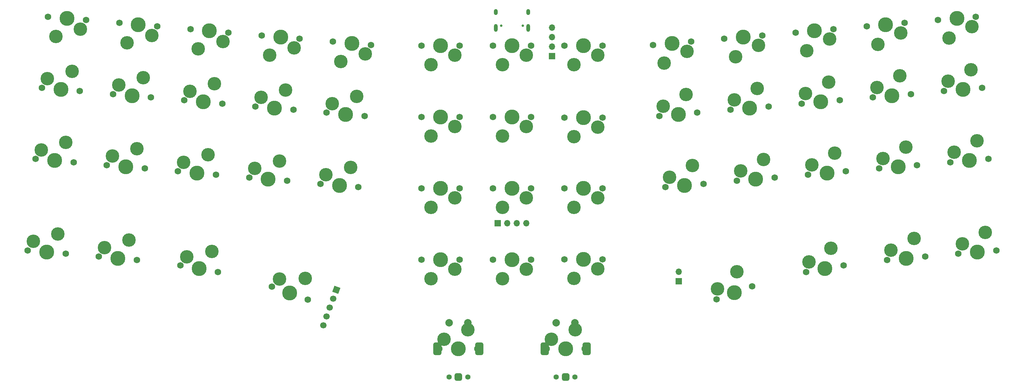
<source format=gbr>
%TF.GenerationSoftware,KiCad,Pcbnew,7.0.9*%
%TF.CreationDate,2024-01-06T21:29:47+01:00*%
%TF.ProjectId,rp2040_base,72703230-3430-45f6-9261-73652e6b6963,rev?*%
%TF.SameCoordinates,Original*%
%TF.FileFunction,Soldermask,Top*%
%TF.FilePolarity,Negative*%
%FSLAX46Y46*%
G04 Gerber Fmt 4.6, Leading zero omitted, Abs format (unit mm)*
G04 Created by KiCad (PCBNEW 7.0.9) date 2024-01-06 21:29:47*
%MOMM*%
%LPD*%
G01*
G04 APERTURE LIST*
G04 Aperture macros list*
%AMRoundRect*
0 Rectangle with rounded corners*
0 $1 Rounding radius*
0 $2 $3 $4 $5 $6 $7 $8 $9 X,Y pos of 4 corners*
0 Add a 4 corners polygon primitive as box body*
4,1,4,$2,$3,$4,$5,$6,$7,$8,$9,$2,$3,0*
0 Add four circle primitives for the rounded corners*
1,1,$1+$1,$2,$3*
1,1,$1+$1,$4,$5*
1,1,$1+$1,$6,$7*
1,1,$1+$1,$8,$9*
0 Add four rect primitives between the rounded corners*
20,1,$1+$1,$2,$3,$4,$5,0*
20,1,$1+$1,$4,$5,$6,$7,0*
20,1,$1+$1,$6,$7,$8,$9,0*
20,1,$1+$1,$8,$9,$2,$3,0*%
%AMHorizOval*
0 Thick line with rounded ends*
0 $1 width*
0 $2 $3 position (X,Y) of the first rounded end (center of the circle)*
0 $4 $5 position (X,Y) of the second rounded end (center of the circle)*
0 Add line between two ends*
20,1,$1,$2,$3,$4,$5,0*
0 Add two circle primitives to create the rounded ends*
1,1,$1,$2,$3*
1,1,$1,$4,$5*%
%AMRotRect*
0 Rectangle, with rotation*
0 The origin of the aperture is its center*
0 $1 length*
0 $2 width*
0 $3 Rotation angle, in degrees counterclockwise*
0 Add horizontal line*
21,1,$1,$2,0,0,$3*%
G04 Aperture macros list end*
%ADD10R,1.700000X1.700000*%
%ADD11O,1.700000X1.700000*%
%ADD12C,1.750000*%
%ADD13C,3.987800*%
%ADD14C,3.600000*%
%ADD15C,1.400000*%
%ADD16RoundRect,0.500000X0.500000X-0.500000X0.500000X0.500000X-0.500000X0.500000X-0.500000X-0.500000X0*%
%ADD17RoundRect,0.550000X0.550000X-1.150000X0.550000X1.150000X-0.550000X1.150000X-0.550000X-1.150000X0*%
%ADD18C,2.000000*%
%ADD19RotRect,1.700000X1.700000X160.000000*%
%ADD20HorizOval,1.700000X0.000000X0.000000X0.000000X0.000000X0*%
%ADD21C,0.650000*%
%ADD22O,1.000000X1.600000*%
%ADD23O,1.000000X2.100000*%
G04 APERTURE END LIST*
D10*
%TO.C,pinout_cirque1*%
X146314000Y-105130600D03*
D11*
X148854000Y-105130600D03*
X151394000Y-105130600D03*
X153934000Y-105130600D03*
%TD*%
D12*
%TO.C,K43*%
X95636442Y-125497085D03*
D13*
X90862803Y-123759623D03*
D12*
X86089164Y-122022161D03*
D14*
X88151305Y-120069707D03*
X94987085Y-119854716D03*
%TD*%
D12*
%TO.C,K25*%
X256446966Y-70637649D03*
D13*
X251386297Y-71080400D03*
D12*
X246325628Y-71523151D03*
D14*
X247369420Y-68882129D03*
X253473880Y-65798355D03*
%TD*%
D12*
%TO.C,K34*%
X164080000Y-95820569D03*
D13*
X169160000Y-95820569D03*
D12*
X174240000Y-95820569D03*
D14*
X172970000Y-98360569D03*
X166620000Y-100900569D03*
%TD*%
D12*
%TO.C,K24*%
X237469457Y-72297966D03*
D13*
X232408788Y-72740717D03*
D12*
X227348119Y-73183468D03*
D14*
X228391911Y-70542446D03*
X234496371Y-67458672D03*
%TD*%
D12*
%TO.C,K44*%
X140902500Y-138683069D03*
D13*
X135822500Y-138683069D03*
D12*
X130742500Y-138683069D03*
D14*
X132012500Y-136143069D03*
X138362500Y-133603069D03*
%TD*%
D12*
%TO.C,K46*%
X145030000Y-114870569D03*
D13*
X150110000Y-114870569D03*
D12*
X155190000Y-114870569D03*
D14*
X153920000Y-117410569D03*
X147570000Y-119950569D03*
%TD*%
D12*
%TO.C,K48*%
X169477500Y-138683069D03*
D13*
X164397500Y-138683069D03*
D12*
X159317500Y-138683069D03*
D14*
X160587500Y-136143069D03*
X166937500Y-133603069D03*
%TD*%
D10*
%TO.C,J4*%
X194580000Y-120585000D03*
D11*
X194580000Y-118045000D03*
%TD*%
D12*
%TO.C,K4*%
X83388369Y-54980774D03*
D13*
X88449038Y-55423525D03*
D12*
X93509707Y-55866276D03*
D14*
X92023164Y-58285923D03*
X85475952Y-60262818D03*
%TD*%
D12*
%TO.C,K13*%
X263642820Y-50885325D03*
D13*
X268703489Y-50442574D03*
D12*
X273764158Y-49999823D03*
D14*
X272720366Y-52640845D03*
X266615906Y-55724619D03*
%TD*%
D12*
%TO.C,K14*%
X34916863Y-69862834D03*
D13*
X29856194Y-69420083D03*
D12*
X24795525Y-68977332D03*
D14*
X26282068Y-66557685D03*
X32829280Y-64580790D03*
%TD*%
D12*
%TO.C,K18*%
X110826899Y-76504102D03*
D13*
X105766230Y-76061351D03*
D12*
X100705561Y-75618600D03*
D14*
X102192104Y-73198953D03*
X108739316Y-71222058D03*
%TD*%
D12*
%TO.C,K47*%
X164080000Y-114801579D03*
D13*
X169160000Y-114801579D03*
D12*
X174240000Y-114801579D03*
D14*
X172970000Y-117341579D03*
X166620000Y-119881579D03*
%TD*%
D12*
%TO.C,K1*%
X26455842Y-49999823D03*
D13*
X31516511Y-50442574D03*
D12*
X36577180Y-50885325D03*
D14*
X35090637Y-53304972D03*
X28543425Y-55281867D03*
%TD*%
D15*
%TO.C,SW3*%
X166897500Y-146183069D03*
X161897500Y-146183069D03*
D16*
X164397500Y-146183069D03*
D17*
X169997500Y-138683069D03*
X158797500Y-138683069D03*
D18*
X161897500Y-131683069D03*
X166897500Y-131683069D03*
%TD*%
D12*
%TO.C,K16*%
X72871881Y-73183468D03*
D13*
X67811212Y-72740717D03*
D12*
X62750543Y-72297966D03*
D14*
X64237086Y-69878319D03*
X70784298Y-67901424D03*
%TD*%
D12*
%TO.C,K37*%
X239129774Y-91275475D03*
D13*
X234069105Y-91718226D03*
D12*
X229008436Y-92160977D03*
D14*
X230052228Y-89519955D03*
X236156688Y-86436181D03*
%TD*%
D19*
%TO.C,J1*%
X103294925Y-122882723D03*
D20*
X102426194Y-125269542D03*
X101557463Y-127656362D03*
X100688732Y-130043181D03*
X99820000Y-132430000D03*
%TD*%
D12*
%TO.C,K45*%
X125980000Y-114870569D03*
D13*
X131060000Y-114870569D03*
D12*
X136140000Y-114870569D03*
D14*
X134870000Y-117410569D03*
X128520000Y-119950569D03*
%TD*%
D12*
%TO.C,K5*%
X102365878Y-56641091D03*
D13*
X107426547Y-57083842D03*
D12*
X112487216Y-57526593D03*
D14*
X111000673Y-59946240D03*
X104453461Y-61923135D03*
%TD*%
D12*
%TO.C,K2*%
X45433351Y-51660140D03*
D13*
X50494020Y-52102891D03*
D12*
X55554689Y-52545642D03*
D14*
X54068146Y-54965289D03*
X47520934Y-56942184D03*
%TD*%
D12*
%TO.C,K20*%
X145030000Y-76770569D03*
D13*
X150110000Y-76770569D03*
D12*
X155190000Y-76770569D03*
D14*
X153920000Y-79310569D03*
X147570000Y-81850569D03*
%TD*%
D12*
%TO.C,K36*%
X220152265Y-92935792D03*
D13*
X215091596Y-93378543D03*
D12*
X210030927Y-93821294D03*
D14*
X211074719Y-91180272D03*
X217179179Y-88096498D03*
%TD*%
D12*
%TO.C,K12*%
X244665311Y-52545642D03*
D13*
X249725980Y-52102891D03*
D12*
X254786649Y-51660140D03*
D14*
X253742857Y-54301162D03*
X247638397Y-57384936D03*
%TD*%
D12*
%TO.C,K42*%
X71723993Y-118138647D03*
D13*
X66721170Y-117256514D03*
D12*
X61718347Y-116374381D03*
D14*
X63410119Y-114093503D03*
X70104714Y-112694757D03*
%TD*%
D12*
%TO.C,K32*%
X125980000Y-95820569D03*
D13*
X131060000Y-95820569D03*
D12*
X136140000Y-95820569D03*
D14*
X134870000Y-98360569D03*
X128520000Y-100900569D03*
%TD*%
D12*
%TO.C,K10*%
X206710293Y-55866276D03*
D13*
X211770962Y-55423525D03*
D12*
X216831631Y-54980774D03*
D14*
X215787839Y-57621796D03*
X209683379Y-60705570D03*
%TD*%
D12*
%TO.C,K50*%
X238501653Y-116374381D03*
D13*
X233498830Y-117256514D03*
D12*
X228496007Y-118138647D03*
D14*
X229305646Y-115416702D03*
X235118109Y-111812624D03*
%TD*%
D12*
%TO.C,K49*%
X214155218Y-121964117D03*
D13*
X209381579Y-123701579D03*
D12*
X204607940Y-125439041D03*
D14*
X204932619Y-122617856D03*
X210030936Y-118059209D03*
%TD*%
D12*
%TO.C,K35*%
X201174756Y-94596109D03*
D13*
X196114087Y-95038860D03*
D12*
X191053418Y-95481611D03*
D14*
X192097210Y-92840589D03*
X198201670Y-89756815D03*
%TD*%
D21*
%TO.C,J0*%
X147211579Y-52411579D03*
X152991579Y-52411579D03*
D22*
X145781579Y-48761579D03*
D23*
X145781579Y-52941579D03*
D22*
X154421579Y-48761579D03*
D23*
X154421579Y-52941579D03*
%TD*%
D12*
%TO.C,K23*%
X218491948Y-73958283D03*
D13*
X213431279Y-74401034D03*
D12*
X208370610Y-74843785D03*
D14*
X209414402Y-72202763D03*
X215518862Y-69118989D03*
%TD*%
D12*
%TO.C,K27*%
X33256546Y-88840343D03*
D13*
X28195877Y-88397592D03*
D12*
X23135208Y-87954841D03*
D14*
X24621751Y-85535194D03*
X31168963Y-83558299D03*
%TD*%
D12*
%TO.C,K30*%
X90189073Y-93821294D03*
D13*
X85128404Y-93378543D03*
D12*
X80067735Y-92935792D03*
D14*
X81554278Y-90516145D03*
X88101490Y-88539250D03*
%TD*%
D10*
%TO.C,USB_breakout1*%
X160800000Y-60530000D03*
D11*
X160800000Y-57990000D03*
X160800000Y-55450000D03*
X160800000Y-52910000D03*
%TD*%
D12*
%TO.C,K19*%
X125980000Y-76770569D03*
D13*
X131060000Y-76770569D03*
D12*
X136140000Y-76770569D03*
D14*
X134870000Y-79310569D03*
X128520000Y-81850569D03*
%TD*%
D12*
%TO.C,K33*%
X145030000Y-95820569D03*
D13*
X150110000Y-95820569D03*
D12*
X155190000Y-95820569D03*
D14*
X153920000Y-98360569D03*
X147570000Y-100900569D03*
%TD*%
D12*
%TO.C,K7*%
X145030000Y-57720569D03*
D13*
X150110000Y-57720569D03*
D12*
X155190000Y-57720569D03*
D14*
X153920000Y-60260569D03*
X147570000Y-62800569D03*
%TD*%
D12*
%TO.C,K6*%
X125980000Y-57720569D03*
D13*
X131060000Y-57720569D03*
D12*
X136140000Y-57720569D03*
D14*
X134870000Y-60260569D03*
X128520000Y-62800569D03*
%TD*%
D12*
%TO.C,K39*%
X277084792Y-87954841D03*
D13*
X272024123Y-88397592D03*
D12*
X266963454Y-88840343D03*
D14*
X268007246Y-86199321D03*
X274111706Y-83115547D03*
%TD*%
D12*
%TO.C,K31*%
X109166582Y-95481611D03*
D13*
X104105913Y-95038860D03*
D12*
X99045244Y-94596109D03*
D14*
X100531787Y-92176462D03*
X107078999Y-90199567D03*
%TD*%
D12*
%TO.C,K3*%
X64410860Y-53320457D03*
D13*
X69471529Y-53763208D03*
D12*
X74532198Y-54205959D03*
D14*
X73045655Y-56625606D03*
X66498443Y-58602501D03*
%TD*%
D12*
%TO.C,K41*%
X50096561Y-114932335D03*
D13*
X45035892Y-114489584D03*
D12*
X39975223Y-114046833D03*
D14*
X41461766Y-111627186D03*
X48008978Y-109650291D03*
%TD*%
D12*
%TO.C,K22*%
X199514439Y-75618600D03*
D13*
X194453770Y-76061351D03*
D12*
X189393101Y-76504102D03*
D14*
X190436893Y-73863080D03*
X196541353Y-70779306D03*
%TD*%
D12*
%TO.C,K40*%
X31132248Y-113284330D03*
D13*
X26071579Y-112841579D03*
D12*
X21010910Y-112398828D03*
D14*
X22497453Y-109979181D03*
X29044665Y-108002286D03*
%TD*%
D12*
%TO.C,K15*%
X53894372Y-71523151D03*
D13*
X48833703Y-71080400D03*
D12*
X43773034Y-70637649D03*
D14*
X45259577Y-68218002D03*
X51806789Y-66241107D03*
%TD*%
D12*
%TO.C,K17*%
X91849390Y-74843785D03*
D13*
X86788721Y-74401034D03*
D12*
X81728052Y-73958283D03*
D14*
X83214595Y-71538636D03*
X89761807Y-69561741D03*
%TD*%
D12*
%TO.C,K21*%
X164080000Y-76941579D03*
D13*
X169160000Y-76941579D03*
D12*
X174240000Y-76941579D03*
D14*
X172970000Y-79481579D03*
X166620000Y-82021579D03*
%TD*%
D12*
%TO.C,K52*%
X279222287Y-112386516D03*
D13*
X274161618Y-112829267D03*
D12*
X269100949Y-113272018D03*
D14*
X270144741Y-110630996D03*
X276249201Y-107547222D03*
%TD*%
D12*
%TO.C,K38*%
X258107283Y-89615158D03*
D13*
X253046614Y-90057909D03*
D12*
X247985945Y-90500660D03*
D14*
X249029737Y-87859638D03*
X255134197Y-84775864D03*
%TD*%
D15*
%TO.C,SW1*%
X138322500Y-146183069D03*
X133322500Y-146183069D03*
D16*
X135822500Y-146183069D03*
D17*
X141422500Y-138683069D03*
X130222500Y-138683069D03*
D18*
X133322500Y-131683069D03*
X138322500Y-131683069D03*
%TD*%
D12*
%TO.C,K51*%
X260244778Y-114046833D03*
D13*
X255184109Y-114489584D03*
D12*
X250123440Y-114932335D03*
D14*
X251167232Y-112291313D03*
X257271692Y-109207539D03*
%TD*%
D12*
%TO.C,K29*%
X71211564Y-92160977D03*
D13*
X66150895Y-91718226D03*
D12*
X61090226Y-91275475D03*
D14*
X62576769Y-88855828D03*
X69123981Y-86878933D03*
%TD*%
D12*
%TO.C,K8*%
X164080000Y-57720569D03*
D13*
X169160000Y-57720569D03*
D12*
X174240000Y-57720569D03*
D14*
X172970000Y-60260569D03*
X166620000Y-62800569D03*
%TD*%
D12*
%TO.C,K28*%
X52234055Y-90500660D03*
D13*
X47173386Y-90057909D03*
D12*
X42112717Y-89615158D03*
D14*
X43599260Y-87195511D03*
X50146472Y-85218616D03*
%TD*%
D12*
%TO.C,K11*%
X225687802Y-54205959D03*
D13*
X230748471Y-53763208D03*
D12*
X235809140Y-53320457D03*
D14*
X234765348Y-55961479D03*
X228660888Y-59045253D03*
%TD*%
D12*
%TO.C,K26*%
X275424475Y-68977332D03*
D13*
X270363806Y-69420083D03*
D12*
X265303137Y-69862834D03*
D14*
X266346929Y-67221812D03*
X272451389Y-64138038D03*
%TD*%
D12*
%TO.C,K9*%
X187710910Y-57526593D03*
D13*
X192771579Y-57083842D03*
D12*
X197832248Y-56641091D03*
D14*
X196788456Y-59282113D03*
X190683996Y-62365887D03*
%TD*%
M02*

</source>
